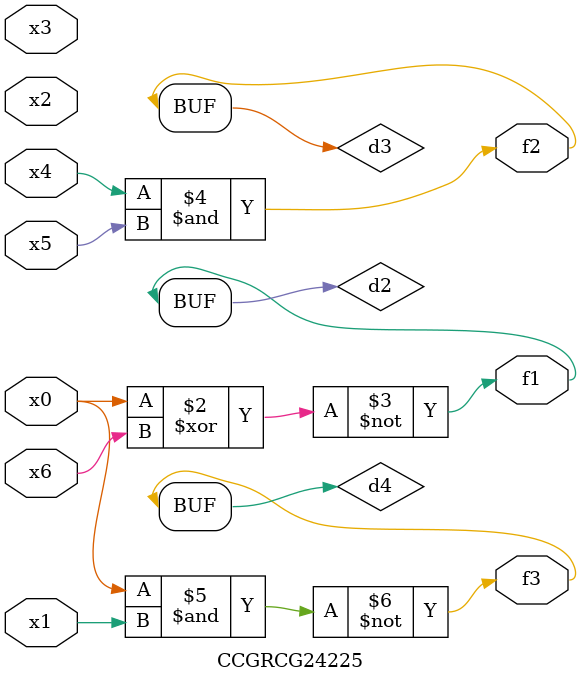
<source format=v>
module CCGRCG24225(
	input x0, x1, x2, x3, x4, x5, x6,
	output f1, f2, f3
);

	wire d1, d2, d3, d4;

	nor (d1, x0);
	xnor (d2, x0, x6);
	and (d3, x4, x5);
	nand (d4, x0, x1);
	assign f1 = d2;
	assign f2 = d3;
	assign f3 = d4;
endmodule

</source>
